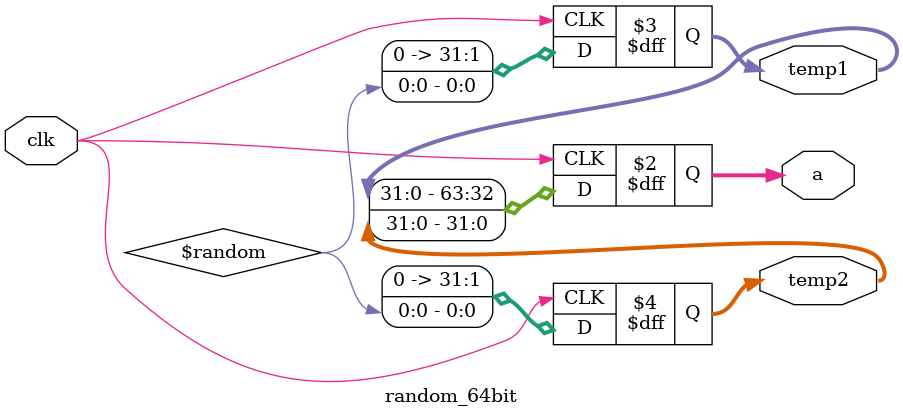
<source format=v>
module random_64bit (
				input clk,
				output reg [63:0] a,
				output reg [31:0] temp1,temp2);
//parameter underflow=7'd33, overflow=7'd66;
				
always@(posedge clk)
begin
	temp1<= $random;
	temp2<= $random;
	a<= {temp1,temp2};
	
end
endmodule
</source>
